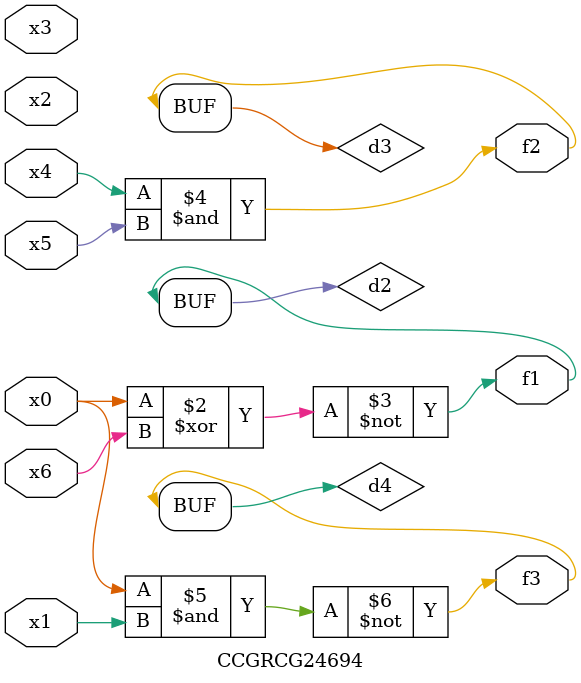
<source format=v>
module CCGRCG24694(
	input x0, x1, x2, x3, x4, x5, x6,
	output f1, f2, f3
);

	wire d1, d2, d3, d4;

	nor (d1, x0);
	xnor (d2, x0, x6);
	and (d3, x4, x5);
	nand (d4, x0, x1);
	assign f1 = d2;
	assign f2 = d3;
	assign f3 = d4;
endmodule

</source>
